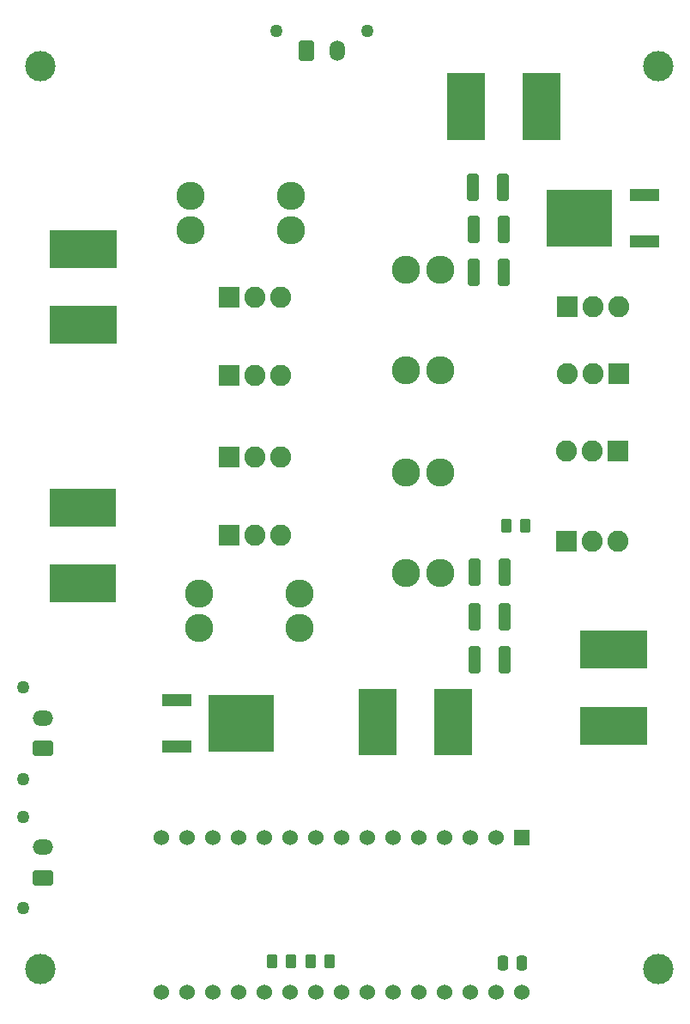
<source format=gbs>
G04 #@! TF.GenerationSoftware,KiCad,Pcbnew,8.0.1*
G04 #@! TF.CreationDate,2024-04-15T13:35:02-05:00*
G04 #@! TF.ProjectId,Power-Secondary,506f7765-722d-4536-9563-6f6e64617279,rev?*
G04 #@! TF.SameCoordinates,Original*
G04 #@! TF.FileFunction,Soldermask,Bot*
G04 #@! TF.FilePolarity,Negative*
%FSLAX46Y46*%
G04 Gerber Fmt 4.6, Leading zero omitted, Abs format (unit mm)*
G04 Created by KiCad (PCBNEW 8.0.1) date 2024-04-15 13:35:02*
%MOMM*%
%LPD*%
G01*
G04 APERTURE LIST*
G04 Aperture macros list*
%AMRoundRect*
0 Rectangle with rounded corners*
0 $1 Rounding radius*
0 $2 $3 $4 $5 $6 $7 $8 $9 X,Y pos of 4 corners*
0 Add a 4 corners polygon primitive as box body*
4,1,4,$2,$3,$4,$5,$6,$7,$8,$9,$2,$3,0*
0 Add four circle primitives for the rounded corners*
1,1,$1+$1,$2,$3*
1,1,$1+$1,$4,$5*
1,1,$1+$1,$6,$7*
1,1,$1+$1,$8,$9*
0 Add four rect primitives between the rounded corners*
20,1,$1+$1,$2,$3,$4,$5,0*
20,1,$1+$1,$4,$5,$6,$7,0*
20,1,$1+$1,$6,$7,$8,$9,0*
20,1,$1+$1,$8,$9,$2,$3,0*%
G04 Aperture macros list end*
%ADD10R,3.430000X3.780000*%
%ADD11C,3.000000*%
%ADD12R,2.085000X2.085000*%
%ADD13C,2.085000*%
%ADD14R,3.780000X3.430000*%
%ADD15C,2.780000*%
%ADD16C,1.270000*%
%ADD17RoundRect,0.250001X0.759999X-0.499999X0.759999X0.499999X-0.759999X0.499999X-0.759999X-0.499999X0*%
%ADD18O,2.020000X1.500000*%
%ADD19R,1.524000X1.524000*%
%ADD20C,1.524000*%
%ADD21RoundRect,0.250001X-0.499999X-0.759999X0.499999X-0.759999X0.499999X0.759999X-0.499999X0.759999X0*%
%ADD22O,1.500000X2.020000*%
%ADD23RoundRect,0.250000X-0.325000X-1.100000X0.325000X-1.100000X0.325000X1.100000X-0.325000X1.100000X0*%
%ADD24RoundRect,0.250000X0.262500X0.450000X-0.262500X0.450000X-0.262500X-0.450000X0.262500X-0.450000X0*%
%ADD25RoundRect,0.250000X0.250000X0.475000X-0.250000X0.475000X-0.250000X-0.475000X0.250000X-0.475000X0*%
%ADD26RoundRect,0.250000X-0.262500X-0.450000X0.262500X-0.450000X0.262500X0.450000X-0.262500X0.450000X0*%
%ADD27R,2.850000X1.250000*%
%ADD28R,6.500000X5.550000*%
G04 APERTURE END LIST*
D10*
X213180000Y-86000000D03*
X210000000Y-86000000D03*
X213180000Y-93490000D03*
X210000000Y-93490000D03*
D11*
X216000000Y-117500000D03*
X155000000Y-28500000D03*
D12*
X173670000Y-51250000D03*
D13*
X176210000Y-51250000D03*
X178750000Y-51250000D03*
D10*
X157630000Y-79495000D03*
X160810000Y-79495000D03*
X157630000Y-72005000D03*
X160810000Y-72005000D03*
D12*
X173670000Y-74750000D03*
D13*
X176210000Y-74750000D03*
X178750000Y-74750000D03*
D11*
X155000000Y-117500000D03*
D14*
X195750000Y-94740000D03*
X195750000Y-91560000D03*
X188260000Y-94740000D03*
X188260000Y-91560000D03*
D12*
X206920000Y-75345000D03*
D13*
X209460000Y-75345000D03*
X212000000Y-75345000D03*
D15*
X191090000Y-58460000D03*
X194490000Y-58460000D03*
X191090000Y-48540000D03*
X194490000Y-48540000D03*
D16*
X153290000Y-111500000D03*
X153290000Y-102500000D03*
D17*
X155250000Y-108500000D03*
D18*
X155250000Y-105500000D03*
D11*
X216000000Y-28500000D03*
D10*
X157635000Y-54000000D03*
X160815000Y-54000000D03*
X157635000Y-46510000D03*
X160815000Y-46510000D03*
D15*
X170640000Y-80500000D03*
X170640000Y-83900000D03*
X180560000Y-80500000D03*
X180560000Y-83900000D03*
D19*
X202540000Y-104500000D03*
D20*
X200000000Y-104500000D03*
X197460000Y-104500000D03*
X194920000Y-104500000D03*
X192380000Y-104500000D03*
X189840000Y-104500000D03*
X187300000Y-104500000D03*
X184760000Y-104500000D03*
X182220000Y-104500000D03*
X179680000Y-104500000D03*
X177140000Y-104500000D03*
X174600000Y-104500000D03*
X172060000Y-104500000D03*
X169520000Y-104500000D03*
X166980000Y-104500000D03*
X166980000Y-119740000D03*
X169520000Y-119740000D03*
X172060000Y-119740000D03*
X174600000Y-119740000D03*
X177140000Y-119740000D03*
X179680000Y-119740000D03*
X182220000Y-119740000D03*
X184760000Y-119740000D03*
X187300000Y-119740000D03*
X189840000Y-119740000D03*
X192380000Y-119740000D03*
X194920000Y-119740000D03*
X197460000Y-119740000D03*
X200000000Y-119740000D03*
X202540000Y-119740000D03*
D14*
X197005000Y-30880000D03*
X197005000Y-34060000D03*
X204495000Y-30880000D03*
X204495000Y-34060000D03*
D12*
X173670000Y-59000000D03*
D13*
X176210000Y-59000000D03*
X178750000Y-59000000D03*
D12*
X212040000Y-58805000D03*
D13*
X209500000Y-58805000D03*
X206960000Y-58805000D03*
D12*
X173670000Y-67000000D03*
D13*
X176210000Y-67000000D03*
X178750000Y-67000000D03*
D12*
X206960000Y-52250000D03*
D13*
X209500000Y-52250000D03*
X212040000Y-52250000D03*
D16*
X153290000Y-98750000D03*
X153290000Y-89750000D03*
D17*
X155250000Y-95750000D03*
D18*
X155250000Y-92750000D03*
D15*
X169790000Y-41300000D03*
X169790000Y-44700000D03*
X179710000Y-41300000D03*
X179710000Y-44700000D03*
X194450000Y-68540000D03*
X191050000Y-68540000D03*
X194450000Y-78460000D03*
X191050000Y-78460000D03*
D12*
X212000000Y-66405000D03*
D13*
X209460000Y-66405000D03*
X206920000Y-66405000D03*
D16*
X178300000Y-25040000D03*
X187300000Y-25040000D03*
D21*
X181300000Y-27000000D03*
D22*
X184300000Y-27000000D03*
D23*
X197850000Y-78400000D03*
X200800000Y-78400000D03*
X197850000Y-87000000D03*
X200800000Y-87000000D03*
D24*
X183512500Y-116700000D03*
X181687500Y-116700000D03*
D25*
X202550000Y-116900000D03*
X200650000Y-116900000D03*
D26*
X201000000Y-73800000D03*
X202825000Y-73800000D03*
D23*
X197825000Y-82750000D03*
X200775000Y-82750000D03*
X197750000Y-48800000D03*
X200700000Y-48800000D03*
D27*
X168450000Y-95530000D03*
D28*
X174850000Y-93250000D03*
D27*
X168450000Y-90970000D03*
X214625000Y-41220000D03*
D28*
X208225000Y-43500000D03*
D27*
X214625000Y-45780000D03*
D23*
X197725000Y-40400000D03*
X200675000Y-40400000D03*
D24*
X179700000Y-116690000D03*
X177875000Y-116690000D03*
D23*
X197750000Y-44600000D03*
X200700000Y-44600000D03*
M02*

</source>
